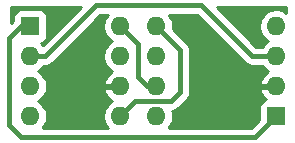
<source format=gbr>
%TF.GenerationSoftware,KiCad,Pcbnew,(5.1.6)-1*%
%TF.CreationDate,2022-10-11T15:49:11-07:00*%
%TF.ProjectId,DIP8_Adapter_A,44495038-5f41-4646-9170-7465725f412e,rev?*%
%TF.SameCoordinates,Original*%
%TF.FileFunction,Copper,L1,Top*%
%TF.FilePolarity,Positive*%
%FSLAX46Y46*%
G04 Gerber Fmt 4.6, Leading zero omitted, Abs format (unit mm)*
G04 Created by KiCad (PCBNEW (5.1.6)-1) date 2022-10-11 15:49:11*
%MOMM*%
%LPD*%
G01*
G04 APERTURE LIST*
%TA.AperFunction,ComponentPad*%
%ADD10O,1.600000X1.600000*%
%TD*%
%TA.AperFunction,ComponentPad*%
%ADD11R,1.600000X1.600000*%
%TD*%
%TA.AperFunction,ViaPad*%
%ADD12C,0.800000*%
%TD*%
%TA.AperFunction,Conductor*%
%ADD13C,0.381000*%
%TD*%
%TA.AperFunction,Conductor*%
%ADD14C,0.254000*%
%TD*%
G04 APERTURE END LIST*
D10*
%TO.P,U2,8*%
%TO.N,Net-(U2-Pad8)*%
X164084000Y-100330000D03*
%TO.P,U2,4*%
%TO.N,Net-(U2-Pad4)*%
X174244000Y-92710000D03*
%TO.P,U2,7*%
%TO.N,VRout*%
X164084000Y-97790000D03*
%TO.P,U2,3*%
%TO.N,VR+*%
X174244000Y-95250000D03*
%TO.P,U2,6*%
%TO.N,Net-(U2-Pad6)*%
X164084000Y-95250000D03*
%TO.P,U2,2*%
%TO.N,GND*%
X174244000Y-97790000D03*
%TO.P,U2,5*%
%TO.N,+5V*%
X164084000Y-92710000D03*
D11*
%TO.P,U2,1*%
%TO.N,VR-*%
X174244000Y-100330000D03*
%TD*%
D10*
%TO.P,U1,8*%
%TO.N,VRout*%
X161036000Y-92710000D03*
%TO.P,U1,4*%
%TO.N,Net-(U1-Pad4)*%
X153416000Y-100330000D03*
%TO.P,U1,7*%
%TO.N,Net-(U1-Pad7)*%
X161036000Y-95250000D03*
%TO.P,U1,3*%
%TO.N,Net-(U1-Pad3)*%
X153416000Y-97790000D03*
%TO.P,U1,6*%
%TO.N,GND*%
X161036000Y-97790000D03*
%TO.P,U1,2*%
%TO.N,VR+*%
X153416000Y-95250000D03*
%TO.P,U1,5*%
%TO.N,+5V*%
X161036000Y-100330000D03*
D11*
%TO.P,U1,1*%
%TO.N,VR-*%
X153416000Y-92710000D03*
%TD*%
D12*
%TO.N,GND*%
X172466000Y-91694000D03*
X172466000Y-93980000D03*
X155448000Y-92710000D03*
%TD*%
D13*
%TO.N,VRout*%
X163322000Y-97790000D02*
X164084000Y-97790000D01*
X161036000Y-92710000D02*
X162560000Y-94234000D01*
X162560000Y-97028000D02*
X163322000Y-97790000D01*
X162560000Y-94234000D02*
X162560000Y-97028000D01*
%TO.N,VR+*%
X153416000Y-95250000D02*
X154686000Y-95250000D01*
X154686000Y-95250000D02*
X159004000Y-90932000D01*
X159004000Y-90932000D02*
X167894000Y-90932000D01*
X172212000Y-95250000D02*
X174244000Y-95250000D01*
X167894000Y-90932000D02*
X172212000Y-95250000D01*
%TO.N,+5V*%
X161290000Y-100330000D02*
X161036000Y-100330000D01*
X165354000Y-99060000D02*
X162306000Y-99060000D01*
X162306000Y-99060000D02*
X161036000Y-100330000D01*
X166116000Y-98298000D02*
X165354000Y-99060000D01*
X164084000Y-92710000D02*
X166116000Y-94742000D01*
X166116000Y-94742000D02*
X166116000Y-98298000D01*
%TO.N,VR-*%
X153416000Y-92710000D02*
X152654000Y-92710000D01*
X152654000Y-92710000D02*
X151638000Y-93726000D01*
X151638000Y-93726000D02*
X151638000Y-101092000D01*
X151638000Y-101092000D02*
X152654000Y-102108000D01*
X172466000Y-102108000D02*
X174244000Y-100330000D01*
X152654000Y-102108000D02*
X172466000Y-102108000D01*
%TD*%
D14*
%TO.N,GND*%
G36*
X171599607Y-95805040D02*
G01*
X171625459Y-95836541D01*
X171689596Y-95889177D01*
X171751157Y-95939699D01*
X171894566Y-96016353D01*
X172050174Y-96063556D01*
X172171447Y-96075500D01*
X172171449Y-96075500D01*
X172211999Y-96079494D01*
X172252550Y-96075500D01*
X173069722Y-96075500D01*
X173129363Y-96164759D01*
X173329241Y-96364637D01*
X173564273Y-96521680D01*
X173574865Y-96526067D01*
X173388869Y-96637615D01*
X173180481Y-96826586D01*
X173012963Y-97052580D01*
X172892754Y-97306913D01*
X172852096Y-97440961D01*
X172974085Y-97663000D01*
X174117000Y-97663000D01*
X174117000Y-97643000D01*
X174371000Y-97643000D01*
X174371000Y-97663000D01*
X174391000Y-97663000D01*
X174391000Y-97917000D01*
X174371000Y-97917000D01*
X174371000Y-97937000D01*
X174117000Y-97937000D01*
X174117000Y-97917000D01*
X172974085Y-97917000D01*
X172852096Y-98139039D01*
X172892754Y-98273087D01*
X173012963Y-98527420D01*
X173180481Y-98753414D01*
X173344080Y-98901769D01*
X173319518Y-98904188D01*
X173199820Y-98940498D01*
X173089506Y-98999463D01*
X172992815Y-99078815D01*
X172913463Y-99175506D01*
X172854498Y-99285820D01*
X172818188Y-99405518D01*
X172805928Y-99530000D01*
X172805928Y-100600639D01*
X172124068Y-101282500D01*
X165160896Y-101282500D01*
X165198637Y-101244759D01*
X165355680Y-101009727D01*
X165463853Y-100748574D01*
X165519000Y-100471335D01*
X165519000Y-100188665D01*
X165463853Y-99911426D01*
X165450819Y-99879958D01*
X165515826Y-99873556D01*
X165671434Y-99826353D01*
X165814842Y-99749699D01*
X165940541Y-99646541D01*
X165966397Y-99615035D01*
X166671044Y-98910389D01*
X166702541Y-98884541D01*
X166728389Y-98853045D01*
X166728392Y-98853042D01*
X166805699Y-98758843D01*
X166882353Y-98615434D01*
X166900275Y-98556353D01*
X166929556Y-98459826D01*
X166941500Y-98338553D01*
X166941500Y-98338551D01*
X166945494Y-98298000D01*
X166941500Y-98257450D01*
X166941500Y-94782550D01*
X166945494Y-94742000D01*
X166940849Y-94694842D01*
X166929556Y-94580174D01*
X166882353Y-94424566D01*
X166836291Y-94338391D01*
X166805699Y-94281157D01*
X166755177Y-94219596D01*
X166702541Y-94155459D01*
X166671041Y-94129608D01*
X165498056Y-92956624D01*
X165519000Y-92851335D01*
X165519000Y-92568665D01*
X165463853Y-92291426D01*
X165355680Y-92030273D01*
X165198637Y-91795241D01*
X165160896Y-91757500D01*
X167552068Y-91757500D01*
X171599607Y-95805040D01*
G37*
X171599607Y-95805040D02*
X171625459Y-95836541D01*
X171689596Y-95889177D01*
X171751157Y-95939699D01*
X171894566Y-96016353D01*
X172050174Y-96063556D01*
X172171447Y-96075500D01*
X172171449Y-96075500D01*
X172211999Y-96079494D01*
X172252550Y-96075500D01*
X173069722Y-96075500D01*
X173129363Y-96164759D01*
X173329241Y-96364637D01*
X173564273Y-96521680D01*
X173574865Y-96526067D01*
X173388869Y-96637615D01*
X173180481Y-96826586D01*
X173012963Y-97052580D01*
X172892754Y-97306913D01*
X172852096Y-97440961D01*
X172974085Y-97663000D01*
X174117000Y-97663000D01*
X174117000Y-97643000D01*
X174371000Y-97643000D01*
X174371000Y-97663000D01*
X174391000Y-97663000D01*
X174391000Y-97917000D01*
X174371000Y-97917000D01*
X174371000Y-97937000D01*
X174117000Y-97937000D01*
X174117000Y-97917000D01*
X172974085Y-97917000D01*
X172852096Y-98139039D01*
X172892754Y-98273087D01*
X173012963Y-98527420D01*
X173180481Y-98753414D01*
X173344080Y-98901769D01*
X173319518Y-98904188D01*
X173199820Y-98940498D01*
X173089506Y-98999463D01*
X172992815Y-99078815D01*
X172913463Y-99175506D01*
X172854498Y-99285820D01*
X172818188Y-99405518D01*
X172805928Y-99530000D01*
X172805928Y-100600639D01*
X172124068Y-101282500D01*
X165160896Y-101282500D01*
X165198637Y-101244759D01*
X165355680Y-101009727D01*
X165463853Y-100748574D01*
X165519000Y-100471335D01*
X165519000Y-100188665D01*
X165463853Y-99911426D01*
X165450819Y-99879958D01*
X165515826Y-99873556D01*
X165671434Y-99826353D01*
X165814842Y-99749699D01*
X165940541Y-99646541D01*
X165966397Y-99615035D01*
X166671044Y-98910389D01*
X166702541Y-98884541D01*
X166728389Y-98853045D01*
X166728392Y-98853042D01*
X166805699Y-98758843D01*
X166882353Y-98615434D01*
X166900275Y-98556353D01*
X166929556Y-98459826D01*
X166941500Y-98338553D01*
X166941500Y-98338551D01*
X166945494Y-98298000D01*
X166941500Y-98257450D01*
X166941500Y-94782550D01*
X166945494Y-94742000D01*
X166940849Y-94694842D01*
X166929556Y-94580174D01*
X166882353Y-94424566D01*
X166836291Y-94338391D01*
X166805699Y-94281157D01*
X166755177Y-94219596D01*
X166702541Y-94155459D01*
X166671041Y-94129608D01*
X165498056Y-92956624D01*
X165519000Y-92851335D01*
X165519000Y-92568665D01*
X165463853Y-92291426D01*
X165355680Y-92030273D01*
X165198637Y-91795241D01*
X165160896Y-91757500D01*
X167552068Y-91757500D01*
X171599607Y-95805040D01*
G36*
X159921363Y-91795241D02*
G01*
X159764320Y-92030273D01*
X159656147Y-92291426D01*
X159601000Y-92568665D01*
X159601000Y-92851335D01*
X159656147Y-93128574D01*
X159764320Y-93389727D01*
X159921363Y-93624759D01*
X160121241Y-93824637D01*
X160353759Y-93980000D01*
X160121241Y-94135363D01*
X159921363Y-94335241D01*
X159764320Y-94570273D01*
X159656147Y-94831426D01*
X159601000Y-95108665D01*
X159601000Y-95391335D01*
X159656147Y-95668574D01*
X159764320Y-95929727D01*
X159921363Y-96164759D01*
X160121241Y-96364637D01*
X160356273Y-96521680D01*
X160366865Y-96526067D01*
X160180869Y-96637615D01*
X159972481Y-96826586D01*
X159804963Y-97052580D01*
X159684754Y-97306913D01*
X159644096Y-97440961D01*
X159766085Y-97663000D01*
X160909000Y-97663000D01*
X160909000Y-97643000D01*
X161163000Y-97643000D01*
X161163000Y-97663000D01*
X161183000Y-97663000D01*
X161183000Y-97917000D01*
X161163000Y-97917000D01*
X161163000Y-97937000D01*
X160909000Y-97937000D01*
X160909000Y-97917000D01*
X159766085Y-97917000D01*
X159644096Y-98139039D01*
X159684754Y-98273087D01*
X159804963Y-98527420D01*
X159972481Y-98753414D01*
X160180869Y-98942385D01*
X160366865Y-99053933D01*
X160356273Y-99058320D01*
X160121241Y-99215363D01*
X159921363Y-99415241D01*
X159764320Y-99650273D01*
X159656147Y-99911426D01*
X159601000Y-100188665D01*
X159601000Y-100471335D01*
X159656147Y-100748574D01*
X159764320Y-101009727D01*
X159921363Y-101244759D01*
X159959104Y-101282500D01*
X154492896Y-101282500D01*
X154530637Y-101244759D01*
X154687680Y-101009727D01*
X154795853Y-100748574D01*
X154851000Y-100471335D01*
X154851000Y-100188665D01*
X154795853Y-99911426D01*
X154687680Y-99650273D01*
X154530637Y-99415241D01*
X154330759Y-99215363D01*
X154098241Y-99060000D01*
X154330759Y-98904637D01*
X154530637Y-98704759D01*
X154687680Y-98469727D01*
X154795853Y-98208574D01*
X154851000Y-97931335D01*
X154851000Y-97648665D01*
X154795853Y-97371426D01*
X154687680Y-97110273D01*
X154530637Y-96875241D01*
X154330759Y-96675363D01*
X154098241Y-96520000D01*
X154330759Y-96364637D01*
X154530637Y-96164759D01*
X154590278Y-96075500D01*
X154645450Y-96075500D01*
X154686000Y-96079494D01*
X154726550Y-96075500D01*
X154726553Y-96075500D01*
X154847826Y-96063556D01*
X155003434Y-96016353D01*
X155146842Y-95939699D01*
X155272541Y-95836541D01*
X155298398Y-95805034D01*
X159345933Y-91757500D01*
X159959104Y-91757500D01*
X159921363Y-91795241D01*
G37*
X159921363Y-91795241D02*
X159764320Y-92030273D01*
X159656147Y-92291426D01*
X159601000Y-92568665D01*
X159601000Y-92851335D01*
X159656147Y-93128574D01*
X159764320Y-93389727D01*
X159921363Y-93624759D01*
X160121241Y-93824637D01*
X160353759Y-93980000D01*
X160121241Y-94135363D01*
X159921363Y-94335241D01*
X159764320Y-94570273D01*
X159656147Y-94831426D01*
X159601000Y-95108665D01*
X159601000Y-95391335D01*
X159656147Y-95668574D01*
X159764320Y-95929727D01*
X159921363Y-96164759D01*
X160121241Y-96364637D01*
X160356273Y-96521680D01*
X160366865Y-96526067D01*
X160180869Y-96637615D01*
X159972481Y-96826586D01*
X159804963Y-97052580D01*
X159684754Y-97306913D01*
X159644096Y-97440961D01*
X159766085Y-97663000D01*
X160909000Y-97663000D01*
X160909000Y-97643000D01*
X161163000Y-97643000D01*
X161163000Y-97663000D01*
X161183000Y-97663000D01*
X161183000Y-97917000D01*
X161163000Y-97917000D01*
X161163000Y-97937000D01*
X160909000Y-97937000D01*
X160909000Y-97917000D01*
X159766085Y-97917000D01*
X159644096Y-98139039D01*
X159684754Y-98273087D01*
X159804963Y-98527420D01*
X159972481Y-98753414D01*
X160180869Y-98942385D01*
X160366865Y-99053933D01*
X160356273Y-99058320D01*
X160121241Y-99215363D01*
X159921363Y-99415241D01*
X159764320Y-99650273D01*
X159656147Y-99911426D01*
X159601000Y-100188665D01*
X159601000Y-100471335D01*
X159656147Y-100748574D01*
X159764320Y-101009727D01*
X159921363Y-101244759D01*
X159959104Y-101282500D01*
X154492896Y-101282500D01*
X154530637Y-101244759D01*
X154687680Y-101009727D01*
X154795853Y-100748574D01*
X154851000Y-100471335D01*
X154851000Y-100188665D01*
X154795853Y-99911426D01*
X154687680Y-99650273D01*
X154530637Y-99415241D01*
X154330759Y-99215363D01*
X154098241Y-99060000D01*
X154330759Y-98904637D01*
X154530637Y-98704759D01*
X154687680Y-98469727D01*
X154795853Y-98208574D01*
X154851000Y-97931335D01*
X154851000Y-97648665D01*
X154795853Y-97371426D01*
X154687680Y-97110273D01*
X154530637Y-96875241D01*
X154330759Y-96675363D01*
X154098241Y-96520000D01*
X154330759Y-96364637D01*
X154530637Y-96164759D01*
X154590278Y-96075500D01*
X154645450Y-96075500D01*
X154686000Y-96079494D01*
X154726550Y-96075500D01*
X154726553Y-96075500D01*
X154847826Y-96063556D01*
X155003434Y-96016353D01*
X155146842Y-95939699D01*
X155272541Y-95836541D01*
X155298398Y-95805034D01*
X159345933Y-91757500D01*
X159959104Y-91757500D01*
X159921363Y-91795241D01*
G36*
X175108000Y-91561447D02*
G01*
X174923727Y-91438320D01*
X174662574Y-91330147D01*
X174385335Y-91275000D01*
X174102665Y-91275000D01*
X173825426Y-91330147D01*
X173564273Y-91438320D01*
X173329241Y-91595363D01*
X173129363Y-91795241D01*
X172972320Y-92030273D01*
X172864147Y-92291426D01*
X172809000Y-92568665D01*
X172809000Y-92851335D01*
X172864147Y-93128574D01*
X172972320Y-93389727D01*
X173129363Y-93624759D01*
X173329241Y-93824637D01*
X173561759Y-93980000D01*
X173329241Y-94135363D01*
X173129363Y-94335241D01*
X173069722Y-94424500D01*
X172553933Y-94424500D01*
X169213432Y-91084000D01*
X175108000Y-91084000D01*
X175108000Y-91561447D01*
G37*
X175108000Y-91561447D02*
X174923727Y-91438320D01*
X174662574Y-91330147D01*
X174385335Y-91275000D01*
X174102665Y-91275000D01*
X173825426Y-91330147D01*
X173564273Y-91438320D01*
X173329241Y-91595363D01*
X173129363Y-91795241D01*
X172972320Y-92030273D01*
X172864147Y-92291426D01*
X172809000Y-92568665D01*
X172809000Y-92851335D01*
X172864147Y-93128574D01*
X172972320Y-93389727D01*
X173129363Y-93624759D01*
X173329241Y-93824637D01*
X173561759Y-93980000D01*
X173329241Y-94135363D01*
X173129363Y-94335241D01*
X173069722Y-94424500D01*
X172553933Y-94424500D01*
X169213432Y-91084000D01*
X175108000Y-91084000D01*
X175108000Y-91561447D01*
G36*
X154481982Y-94286586D02*
G01*
X154332039Y-94136643D01*
X154340482Y-94135812D01*
X154460180Y-94099502D01*
X154570494Y-94040537D01*
X154667185Y-93961185D01*
X154746537Y-93864494D01*
X154805502Y-93754180D01*
X154841812Y-93634482D01*
X154854072Y-93510000D01*
X154854072Y-91910000D01*
X154841812Y-91785518D01*
X154805502Y-91665820D01*
X154746537Y-91555506D01*
X154667185Y-91458815D01*
X154570494Y-91379463D01*
X154460180Y-91320498D01*
X154340482Y-91284188D01*
X154216000Y-91271928D01*
X152616000Y-91271928D01*
X152491518Y-91284188D01*
X152371820Y-91320498D01*
X152261506Y-91379463D01*
X152164815Y-91458815D01*
X152085463Y-91555506D01*
X152026498Y-91665820D01*
X151990188Y-91785518D01*
X151977928Y-91910000D01*
X151977928Y-92218639D01*
X151790000Y-92406567D01*
X151790000Y-91084000D01*
X157684567Y-91084000D01*
X154481982Y-94286586D01*
G37*
X154481982Y-94286586D02*
X154332039Y-94136643D01*
X154340482Y-94135812D01*
X154460180Y-94099502D01*
X154570494Y-94040537D01*
X154667185Y-93961185D01*
X154746537Y-93864494D01*
X154805502Y-93754180D01*
X154841812Y-93634482D01*
X154854072Y-93510000D01*
X154854072Y-91910000D01*
X154841812Y-91785518D01*
X154805502Y-91665820D01*
X154746537Y-91555506D01*
X154667185Y-91458815D01*
X154570494Y-91379463D01*
X154460180Y-91320498D01*
X154340482Y-91284188D01*
X154216000Y-91271928D01*
X152616000Y-91271928D01*
X152491518Y-91284188D01*
X152371820Y-91320498D01*
X152261506Y-91379463D01*
X152164815Y-91458815D01*
X152085463Y-91555506D01*
X152026498Y-91665820D01*
X151990188Y-91785518D01*
X151977928Y-91910000D01*
X151977928Y-92218639D01*
X151790000Y-92406567D01*
X151790000Y-91084000D01*
X157684567Y-91084000D01*
X154481982Y-94286586D01*
%TD*%
M02*

</source>
